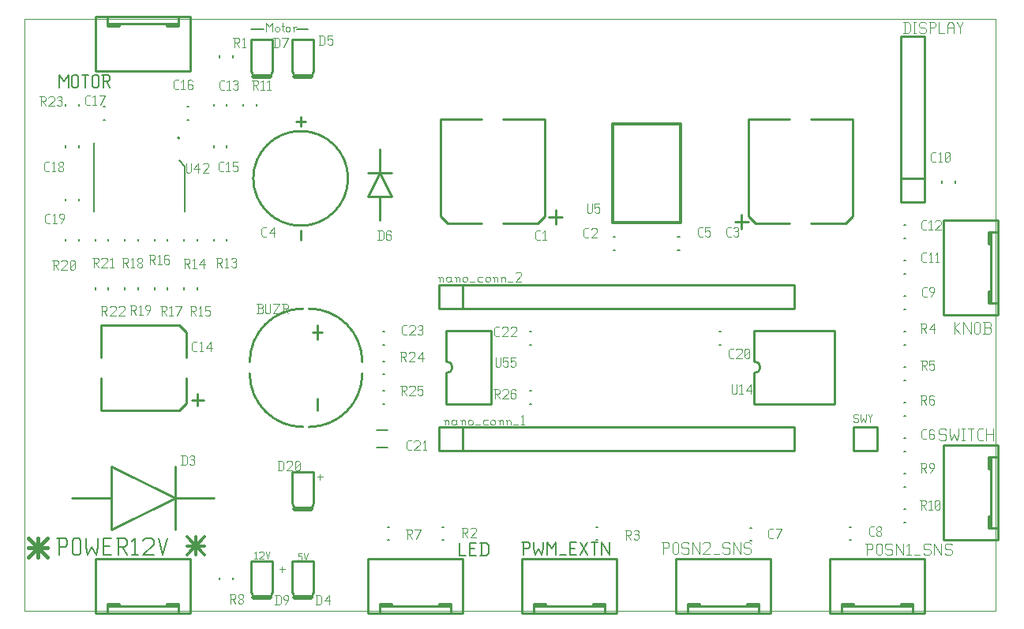
<source format=gbr>
G04 start of page 7 for group -4079 idx -4079 *
G04 Title: (unknown), topsilk *
G04 Creator: pcb 4.0.2 *
G04 CreationDate: Wed Apr  1 14:15:11 2020 UTC *
G04 For: shyam *
G04 Format: Gerber/RS-274X *
G04 PCB-Dimensions (mil): 4100.00 2500.00 *
G04 PCB-Coordinate-Origin: lower left *
%MOIN*%
%FSLAX25Y25*%
%LNTOPSILK*%
%ADD124C,0.0042*%
%ADD123C,0.0070*%
%ADD122C,0.0055*%
%ADD121C,0.0053*%
%ADD120C,0.0045*%
%ADD119C,0.0040*%
%ADD118C,0.0079*%
%ADD117C,0.0130*%
%ADD116C,0.0200*%
%ADD115C,0.0100*%
%ADD114C,0.0048*%
%ADD113C,0.0101*%
%ADD112C,0.0035*%
%ADD111C,0.0115*%
%ADD110C,0.0158*%
%ADD109C,0.0149*%
%ADD108C,0.0030*%
%ADD107C,0.0080*%
%ADD106C,0.0030*%
G54D106*X0Y250000D02*X410000D01*
X0D02*Y0D01*
X410000Y250000D02*Y0D01*
X0D02*X410000D01*
G54D107*X101000Y245500D02*X95500D01*
X115000D02*X119500D01*
G54D108*X97000Y24132D02*X97608Y24740D01*
Y21700D01*
X97000D02*X98140D01*
X99052Y24360D02*X99432Y24740D01*
X100572D01*
X100952Y24360D01*
Y23600D01*
X99052Y21700D02*X100952Y23600D01*
X99052Y21700D02*X100952D01*
X101864Y24740D02*X102624Y21700D01*
X103384Y24740D01*
X115500Y24240D02*X117020D01*
X115500D02*Y22720D01*
X115880Y23100D01*
X116640D01*
X117020Y22720D01*
Y21580D01*
X116640Y21200D02*X117020Y21580D01*
X115880Y21200D02*X116640D01*
X115500Y21580D02*X115880Y21200D01*
X117932Y24240D02*X118692Y21200D01*
X119452Y24240D01*
G54D109*X68500Y31040D02*X75960Y23580D01*
X68500D02*X75960Y31040D01*
X68500Y27310D02*X75960D01*
X72230Y31040D02*Y23580D01*
G54D110*X1500Y30580D02*X9420Y22660D01*
X1500D02*X9420Y30580D01*
X1500Y26620D02*X9420D01*
X5460Y30580D02*Y22660D01*
G54D111*X221240Y166140D02*X227000D01*
X224120Y169020D02*Y163260D01*
X299740Y164140D02*X305500D01*
X302620Y167020D02*Y161260D01*
G54D112*X102000Y248120D02*Y244600D01*
Y248120D02*X103320Y246360D01*
X104640Y248120D01*
Y244600D01*
X105696Y245920D02*Y245040D01*
Y245920D02*X106136Y246360D01*
X107016D01*
X107456Y245920D01*
Y245040D01*
X107016Y244600D02*X107456Y245040D01*
X106136Y244600D02*X107016D01*
X105696Y245040D02*X106136Y244600D01*
X108952Y248120D02*Y245040D01*
X109392Y244600D01*
X108512Y246800D02*X109392D01*
X110272Y245920D02*Y245040D01*
Y245920D02*X110712Y246360D01*
X111592D01*
X112032Y245920D01*
Y245040D01*
X111592Y244600D02*X112032Y245040D01*
X110712Y244600D02*X111592D01*
X110272Y245040D02*X110712Y244600D01*
X113528Y245920D02*Y244600D01*
Y245920D02*X113968Y246360D01*
X114848D01*
X113088D02*X113528Y245920D01*
G54D113*X70500Y88940D02*X75540D01*
X73020Y91460D02*Y86420D01*
G54D114*X107500Y17400D02*X109900D01*
X108700Y18600D02*Y16200D01*
X123500Y56400D02*X125900D01*
X124700Y57600D02*Y55200D01*
G54D107*X348150Y35255D02*X348936D01*
X348150Y29745D02*X348936D01*
X176064D02*X176850D01*
X176064Y35255D02*X176850D01*
X241064D02*X241850D01*
X241064Y29745D02*X241850D01*
X153150D02*X153936D01*
X153150Y35255D02*X153936D01*
X306064Y34862D02*X306850D01*
X306064Y29352D02*X306850D01*
G54D115*X275000Y-1000D02*X315000D01*
X275000Y22000D02*Y-1000D01*
Y22000D02*X315000D01*
Y-1000D01*
X280000Y2000D02*X310000D01*
Y3000D02*Y-1000D01*
X280000Y3000D02*Y-1000D01*
X305000Y3000D02*X310000D01*
X305000D02*Y2000D01*
X280000Y3000D02*X285000D01*
Y2000D01*
X145000Y-1000D02*X185000D01*
X145000Y22000D02*Y-1000D01*
Y22000D02*X185000D01*
Y-1000D01*
X150000Y2000D02*X180000D01*
Y3000D02*Y-1000D01*
X150000Y3000D02*Y-1000D01*
X175000Y3000D02*X180000D01*
X175000D02*Y2000D01*
X150000Y3000D02*X155000D01*
Y2000D01*
X210000Y-1000D02*X250000D01*
X210000Y22000D02*Y-1000D01*
Y22000D02*X250000D01*
Y-1000D01*
X215000Y2000D02*X245000D01*
Y3000D02*Y-1000D01*
X215000Y3000D02*Y-1000D01*
X240000Y3000D02*X245000D01*
X240000D02*Y2000D01*
X215000Y3000D02*X220000D01*
Y2000D01*
G54D116*X96500Y5400D02*X103500D01*
G54D115*X104500Y7900D01*
Y21000D02*Y7900D01*
X95500Y21000D02*X104500D01*
X95500D02*Y7900D01*
X96500Y5400D01*
G54D107*X82245Y13936D02*Y13150D01*
X87755Y13936D02*Y13150D01*
G54D116*X114000Y5400D02*X121000D01*
G54D115*X122000Y7900D01*
Y21000D02*Y7900D01*
X113000Y21000D02*X122000D01*
X113000D02*Y7900D01*
X114000Y5400D01*
X63400Y47500D02*X80000D01*
X63400Y60800D02*Y34200D01*
Y47500D02*X36600Y34200D01*
Y60800D02*Y34200D01*
Y60800D02*X63400Y47500D01*
X20000D02*X36600D01*
G54D116*X114000Y42900D02*X121000D01*
G54D115*X122000Y45400D01*
Y58500D02*Y45400D01*
X113000Y58500D02*X122000D01*
X113000D02*Y45400D01*
X114000Y42900D01*
G54D107*X148543Y76240D02*X153267D01*
X148543Y68760D02*X153267D01*
G54D115*X350000Y67500D02*X360000D01*
Y77500D02*Y67500D01*
X350000Y77500D02*X360000D01*
X350000D02*Y67500D01*
X360000Y77500D02*Y67500D01*
X350000Y77500D02*X360000D01*
X175000Y67500D02*X325000D01*
Y77500D02*Y67500D01*
X175000Y77500D02*X325000D01*
X175000D02*Y67500D01*
X185000Y77500D02*Y67500D01*
X175000Y77500D02*X185000D01*
X30000Y-1000D02*X70000D01*
X30000Y22000D02*Y-1000D01*
Y22000D02*X70000D01*
Y-1000D01*
X35000Y2000D02*X65000D01*
Y3000D02*Y-1000D01*
X35000Y3000D02*Y-1000D01*
X60000Y3000D02*X65000D01*
X60000D02*Y2000D01*
X35000Y3000D02*X40000D01*
Y2000D01*
X340000Y-1000D02*X380000D01*
X340000Y22000D02*Y-1000D01*
Y22000D02*X380000D01*
Y-1000D01*
X345000Y2000D02*X375000D01*
Y3000D02*Y-1000D01*
X345000Y3000D02*Y-1000D01*
X370000Y3000D02*X375000D01*
X370000D02*Y2000D01*
X345000Y3000D02*X350000D01*
Y2000D01*
G54D107*X371064Y162755D02*X371850D01*
X371064Y157245D02*X371850D01*
X371064Y97245D02*X371850D01*
X371064Y102755D02*X371850D01*
X371064Y112245D02*X371850D01*
X371064Y117755D02*X371850D01*
X371064Y142245D02*X371850D01*
X371064Y147755D02*X371850D01*
G54D115*X411000Y165000D02*Y125000D01*
X388000D02*X411000D01*
X388000Y165000D02*Y125000D01*
Y165000D02*X411000D01*
X408000Y160000D02*Y130000D01*
X407000Y160000D02*X411000D01*
X407000Y130000D02*X411000D01*
X407000Y160000D02*Y155000D01*
X408000D01*
X407000Y135000D02*Y130000D01*
Y135000D02*X408000D01*
G54D107*X371064Y127245D02*X371850D01*
X371064Y132755D02*X371850D01*
X371064Y52245D02*X371850D01*
X371064Y57755D02*X371850D01*
X371064Y72755D02*X371850D01*
X371064Y67245D02*X371850D01*
X371064Y82245D02*X371850D01*
X371064Y87755D02*X371850D01*
X371064Y37245D02*X371850D01*
X371064Y42755D02*X371850D01*
G54D115*X411000Y70000D02*Y30000D01*
X388000D02*X411000D01*
X388000Y70000D02*Y30000D01*
Y70000D02*X411000D01*
X408000Y65000D02*Y35000D01*
X407000Y65000D02*X411000D01*
X407000Y35000D02*X411000D01*
X407000Y65000D02*Y60000D01*
X408000D01*
X407000Y40000D02*Y35000D01*
Y40000D02*X408000D01*
X380000Y242500D02*Y172500D01*
X370000Y242500D02*X380000D01*
X370000D02*Y172500D01*
X380000D01*
X370000Y182500D02*X380000D01*
X370000D02*Y172500D01*
G54D107*X387245Y181436D02*Y180650D01*
X392755Y181436D02*Y180650D01*
G54D115*X175000Y127500D02*X325000D01*
Y137500D02*Y127500D01*
X175000Y137500D02*X325000D01*
X175000D02*Y127500D01*
X185000Y137500D02*Y127500D01*
X175000Y137500D02*X185000D01*
G54D107*X213150Y92755D02*X213936D01*
X213150Y87245D02*X213936D01*
X213150Y112245D02*X213936D01*
X213150Y117755D02*X213936D01*
X248564Y152245D02*X249350D01*
X248564Y157755D02*X249350D01*
X275650D02*X276436D01*
X275650Y152245D02*X276436D01*
G54D115*X178000Y87250D02*X197000D01*
Y118250D02*Y87250D01*
X178000Y118250D02*X197000D01*
X178000Y100250D02*Y87250D01*
Y118250D02*Y105250D01*
Y100250D02*G75*G03X178000Y105250I0J2500D01*G01*
X175531Y207519D02*X193035D01*
X175531D02*Y166581D01*
X178531Y163581D01*
X193035D01*
X201965Y207519D02*X219469D01*
Y166581D01*
X216469Y163581D01*
X201965D02*X216469D01*
G54D117*X248300Y205400D02*Y164000D01*
X276800D01*
Y205400D02*Y164000D01*
X248300Y205400D02*X276800D01*
G54D115*X305531Y207519D02*X323035D01*
X305531D02*Y166581D01*
X308531Y163581D01*
X323035D01*
X331965Y207519D02*X349469D01*
Y166581D01*
X346469Y163581D01*
X331965D02*X346469D01*
X308000Y87250D02*X342000D01*
Y118250D02*Y87250D01*
X308000Y118250D02*X342000D01*
X308000Y100250D02*Y87250D01*
Y118250D02*Y105250D01*
Y100250D02*G75*G03X308000Y105250I0J2500D01*G01*
G54D107*X293150Y117755D02*X293936D01*
X293150Y112245D02*X293936D01*
G54D116*X114000Y225500D02*X121000D01*
G54D115*X122000Y228000D01*
Y241100D02*Y228000D01*
X113000Y241100D02*X122000D01*
X113000D02*Y228000D01*
X114000Y225500D01*
G54D116*X96500D02*X103500D01*
G54D115*X104500Y228000D01*
Y241100D02*Y228000D01*
X95500Y241100D02*X104500D01*
X95500D02*Y228000D01*
X96500Y225500D01*
X121500Y117500D02*X125500D01*
X123500Y120500D02*Y114500D01*
Y89500D02*Y84500D01*
X117500Y127500D02*G75*G03X95000Y105000I0J-22500D01*G01*
X120000Y77500D02*G75*G03X142500Y100000I0J22500D01*G01*
Y105000D02*G75*G03X120000Y127500I-22500J0D01*G01*
X95000Y100000D02*G75*G03X117500Y77500I22500J0D01*G01*
G54D107*X151064Y87245D02*X151850D01*
X151064Y92755D02*X151850D01*
X151064Y105255D02*X151850D01*
X151064Y99745D02*X151850D01*
X151064Y117755D02*X151850D01*
X151064Y112245D02*X151850D01*
X85255Y156850D02*Y156064D01*
X79745Y156850D02*Y156064D01*
X47755Y156850D02*Y156064D01*
X42245Y156850D02*Y156064D01*
X54745Y136436D02*Y135650D01*
X60255Y136436D02*Y135650D01*
Y156850D02*Y156064D01*
X54745Y156850D02*Y156064D01*
X72755Y156850D02*Y156064D01*
X67245Y156850D02*Y156064D01*
X42245Y136436D02*Y135650D01*
X47755Y136436D02*Y135650D01*
X67245Y136436D02*Y135650D01*
X72755Y136436D02*Y135650D01*
G54D115*X150000Y195000D02*Y185000D01*
Y175000D02*Y165000D01*
Y185000D02*X155000Y175000D01*
X145000D02*X155000D01*
X145000D02*X150000Y185000D01*
X145000D02*X155000D01*
X32264Y98035D02*Y84468D01*
X65328D01*
X68328Y87468D01*
Y98035D02*Y87468D01*
X32264Y120532D02*Y106965D01*
Y120532D02*X65328D01*
X68328Y117532D01*
Y106965D01*
X116500Y208500D02*Y204500D01*
X114500Y206500D02*X118500D01*
X116500Y160500D02*Y156500D01*
Y202500D02*G75*G03X116500Y202500I0J-20000D01*G01*
X30000Y251000D02*X70000D01*
Y228000D01*
X30000D02*X70000D01*
X30000Y251000D02*Y228000D01*
X35000Y248000D02*X65000D01*
X35000Y251000D02*Y247000D01*
X65000Y251000D02*Y247000D01*
X35000D02*X40000D01*
Y248000D02*Y247000D01*
X60000D02*X65000D01*
X60000Y248000D02*Y247000D01*
G54D107*X35255Y156850D02*Y156064D01*
X29745Y156850D02*Y156064D01*
X17245Y156850D02*Y156064D01*
X22755Y156850D02*Y156064D01*
X29745Y136436D02*Y135650D01*
X35255Y136436D02*Y135650D01*
X22755Y173936D02*Y173150D01*
X17245Y173936D02*Y173150D01*
Y196436D02*Y195650D01*
X22755Y196436D02*Y195650D01*
Y213936D02*Y213150D01*
X17245Y213936D02*Y213150D01*
X33150Y212755D02*X33936D01*
X33150Y207245D02*X33936D01*
X68564Y212755D02*X69350D01*
X68564Y207245D02*X69350D01*
X97755Y213936D02*Y213150D01*
X92245Y213936D02*Y213150D01*
X85255Y213936D02*Y213150D01*
X79745Y213936D02*Y213150D01*
X85255Y196436D02*Y195650D01*
X79745Y196436D02*Y195650D01*
X87755Y234350D02*Y233564D01*
X82245Y234350D02*Y233564D01*
G54D118*X29076Y197559D02*Y168427D01*
X67658Y187459D02*Y168427D01*
Y187459D02*X65058Y190059D01*
X65000Y199159D02*G75*G03X65000Y199159I0J400D01*G01*
G54D119*X379156Y160704D02*X380456D01*
X378456Y161404D02*X379156Y160704D01*
X378456Y164004D02*Y161404D01*
Y164004D02*X379156Y164704D01*
X380456D01*
X381656Y163904D02*X382456Y164704D01*
Y160704D01*
X381656D02*X383156D01*
X384356Y164204D02*X384856Y164704D01*
X386356D01*
X386856Y164204D01*
Y163204D01*
X384356Y160704D02*X386856Y163204D01*
X384356Y160704D02*X386856D01*
X378322Y105644D02*X380322D01*
X380822Y105144D01*
Y104144D01*
X380322Y103644D02*X380822Y104144D01*
X378822Y103644D02*X380322D01*
X378822Y105644D02*Y101644D01*
X379622Y103644D02*X380822Y101644D01*
X382022Y105644D02*X384022D01*
X382022D02*Y103644D01*
X382522Y104144D01*
X383522D01*
X384022Y103644D01*
Y102144D01*
X383522Y101644D02*X384022Y102144D01*
X382522Y101644D02*X383522D01*
X382022Y102144D02*X382522Y101644D01*
X378184Y121242D02*X380184D01*
X380684Y120742D01*
Y119742D01*
X380184Y119242D02*X380684Y119742D01*
X378684Y119242D02*X380184D01*
X378684Y121242D02*Y117242D01*
X379484Y119242D02*X380684Y117242D01*
X381884Y118742D02*X383884Y121242D01*
X381884Y118742D02*X384384D01*
X383884Y121242D02*Y117242D01*
X379265Y147064D02*X380565D01*
X378565Y147764D02*X379265Y147064D01*
X378565Y150364D02*Y147764D01*
Y150364D02*X379265Y151064D01*
X380565D01*
X381765Y150264D02*X382565Y151064D01*
Y147064D01*
X381765D02*X383265D01*
X384465Y150264D02*X385265Y151064D01*
Y147064D01*
X384465D02*X385965D01*
X379533Y132535D02*X380833D01*
X378833Y133235D02*X379533Y132535D01*
X378833Y135835D02*Y133235D01*
Y135835D02*X379533Y136535D01*
X380833D01*
X382533Y132535D02*X384033Y134535D01*
Y136035D02*Y134535D01*
X383533Y136535D02*X384033Y136035D01*
X382533Y136535D02*X383533D01*
X382033Y136035D02*X382533Y136535D01*
X382033Y136035D02*Y135035D01*
X382533Y134535D01*
X384033D01*
X378104Y62204D02*X380104D01*
X380604Y61704D01*
Y60704D01*
X380104Y60204D02*X380604Y60704D01*
X378604Y60204D02*X380104D01*
X378604Y62204D02*Y58204D01*
X379404Y60204D02*X380604Y58204D01*
X382304D02*X383804Y60204D01*
Y61704D02*Y60204D01*
X383304Y62204D02*X383804Y61704D01*
X382304Y62204D02*X383304D01*
X381804Y61704D02*X382304Y62204D01*
X381804Y61704D02*Y60704D01*
X382304Y60204D01*
X383804D01*
X379308Y72411D02*X380608D01*
X378608Y73111D02*X379308Y72411D01*
X378608Y75711D02*Y73111D01*
Y75711D02*X379308Y76411D01*
X380608D01*
X383308D02*X383808Y75911D01*
X382308Y76411D02*X383308D01*
X381808Y75911D02*X382308Y76411D01*
X381808Y75911D02*Y72911D01*
X382308Y72411D01*
X383308Y74611D02*X383808Y74111D01*
X381808Y74611D02*X383308D01*
X382308Y72411D02*X383308D01*
X383808Y72911D01*
Y74111D02*Y72911D01*
X378193Y90891D02*X380193D01*
X380693Y90391D01*
Y89391D01*
X380193Y88891D02*X380693Y89391D01*
X378693Y88891D02*X380193D01*
X378693Y90891D02*Y86891D01*
X379493Y88891D02*X380693Y86891D01*
X383393Y90891D02*X383893Y90391D01*
X382393Y90891D02*X383393D01*
X381893Y90391D02*X382393Y90891D01*
X381893Y90391D02*Y87391D01*
X382393Y86891D01*
X383393Y89091D02*X383893Y88591D01*
X381893Y89091D02*X383393D01*
X382393Y86891D02*X383393D01*
X383893Y87391D01*
Y88591D02*Y87391D01*
X377898Y46624D02*X379898D01*
X380398Y46124D01*
Y45124D01*
X379898Y44624D02*X380398Y45124D01*
X378398Y44624D02*X379898D01*
X378398Y46624D02*Y42624D01*
X379198Y44624D02*X380398Y42624D01*
X381598Y45824D02*X382398Y46624D01*
Y42624D01*
X381598D02*X383098D01*
X384298Y43124D02*X384798Y42624D01*
X384298Y46124D02*Y43124D01*
Y46124D02*X384798Y46624D01*
X385798D01*
X386298Y46124D01*
Y43124D01*
X385798Y42624D02*X386298Y43124D01*
X384798Y42624D02*X385798D01*
X384298Y43624D02*X386298Y45624D01*
X357157Y31500D02*X358457D01*
X356457Y32200D02*X357157Y31500D01*
X356457Y34800D02*Y32200D01*
Y34800D02*X357157Y35500D01*
X358457D01*
X359657Y32000D02*X360157Y31500D01*
X359657Y32800D02*Y32000D01*
Y32800D02*X360357Y33500D01*
X360957D01*
X361657Y32800D01*
Y32000D01*
X361157Y31500D02*X361657Y32000D01*
X360157Y31500D02*X361157D01*
X359657Y34200D02*X360357Y33500D01*
X359657Y35000D02*Y34200D01*
Y35000D02*X360157Y35500D01*
X361157D01*
X361657Y35000D01*
Y34200D01*
X360957Y33500D02*X361657Y34200D01*
G54D114*X355605Y28290D02*Y23450D01*
X355000Y28290D02*X357420D01*
X358025Y27685D01*
Y26475D01*
X357420Y25870D02*X358025Y26475D01*
X355605Y25870D02*X357420D01*
X359477Y27685D02*Y24055D01*
Y27685D02*X360082Y28290D01*
X361292D01*
X361897Y27685D01*
Y24055D01*
X361292Y23450D02*X361897Y24055D01*
X360082Y23450D02*X361292D01*
X359477Y24055D02*X360082Y23450D01*
X365769Y28290D02*X366374Y27685D01*
X363954Y28290D02*X365769D01*
X363349Y27685D02*X363954Y28290D01*
X363349Y27685D02*Y26475D01*
X363954Y25870D01*
X365769D01*
X366374Y25265D01*
Y24055D01*
X365769Y23450D02*X366374Y24055D01*
X363954Y23450D02*X365769D01*
X363349Y24055D02*X363954Y23450D01*
X367826Y28290D02*Y23450D01*
Y28290D02*X370851Y23450D01*
Y28290D02*Y23450D01*
X372303Y27322D02*X373271Y28290D01*
Y23450D01*
X372303D02*X374118D01*
X375570D02*X377990D01*
X381862Y28290D02*X382467Y27685D01*
X380047Y28290D02*X381862D01*
X379442Y27685D02*X380047Y28290D01*
X379442Y27685D02*Y26475D01*
X380047Y25870D01*
X381862D01*
X382467Y25265D01*
Y24055D01*
X381862Y23450D02*X382467Y24055D01*
X380047Y23450D02*X381862D01*
X379442Y24055D02*X380047Y23450D01*
X383919Y28290D02*Y23450D01*
Y28290D02*X386944Y23450D01*
Y28290D02*Y23450D01*
X390816Y28290D02*X391421Y27685D01*
X389001Y28290D02*X390816D01*
X388396Y27685D02*X389001Y28290D01*
X388396Y27685D02*Y26475D01*
X389001Y25870D01*
X390816D01*
X391421Y25265D01*
Y24055D01*
X390816Y23450D02*X391421Y24055D01*
X389001Y23450D02*X390816D01*
X388396Y24055D02*X389001Y23450D01*
G54D119*X314607Y30607D02*X315907D01*
X313907Y31307D02*X314607Y30607D01*
X313907Y33907D02*Y31307D01*
Y33907D02*X314607Y34607D01*
X315907D01*
X317607Y30607D02*X319607Y34607D01*
X317107D02*X319607D01*
G54D114*X388420Y76790D02*X389025Y76185D01*
X386605Y76790D02*X388420D01*
X386000Y76185D02*X386605Y76790D01*
X386000Y76185D02*Y74975D01*
X386605Y74370D01*
X388420D01*
X389025Y73765D01*
Y72555D01*
X388420Y71950D02*X389025Y72555D01*
X386605Y71950D02*X388420D01*
X386000Y72555D02*X386605Y71950D01*
X390477Y76790D02*Y74370D01*
X391082Y71950D01*
X392292Y74370D01*
X393502Y71950D01*
X394107Y74370D01*
Y76790D02*Y74370D01*
X395559Y76790D02*X396769D01*
X396164D02*Y71950D01*
X395559D02*X396769D01*
X398221Y76790D02*X400641D01*
X399431D02*Y71950D01*
X402940D02*X404513D01*
X402093Y72797D02*X402940Y71950D01*
X402093Y75943D02*Y72797D01*
Y75943D02*X402940Y76790D01*
X404513D01*
X405965D02*Y71950D01*
X408990Y76790D02*Y71950D01*
X405965Y74370D02*X408990D01*
G54D108*X351540Y82730D02*X351925Y82345D01*
X350385Y82730D02*X351540D01*
X350000Y82345D02*X350385Y82730D01*
X350000Y82345D02*Y81575D01*
X350385Y81190D01*
X351540D01*
X351925Y80805D01*
Y80035D01*
X351540Y79650D02*X351925Y80035D01*
X350385Y79650D02*X351540D01*
X350000Y80035D02*X350385Y79650D01*
X352849Y82730D02*Y81190D01*
X353234Y79650D01*
X354004Y81190D01*
X354774Y79650D01*
X355159Y81190D01*
Y82730D02*Y81190D01*
X356083Y82730D02*X356853Y81190D01*
X357623Y82730D01*
X356853Y81190D02*Y79650D01*
G54D114*X392500Y121790D02*Y116950D01*
Y119370D02*X394920Y121790D01*
X392500Y119370D02*X394920Y116950D01*
X396372Y121790D02*Y116950D01*
Y121790D02*X399397Y116950D01*
Y121790D02*Y116950D01*
X400849Y121185D02*Y117555D01*
Y121185D02*X401454Y121790D01*
X402664D01*
X403269Y121185D01*
Y117555D01*
X402664Y116950D02*X403269Y117555D01*
X401454Y116950D02*X402664D01*
X400849Y117555D02*X401454Y116950D01*
X404721D02*X407141D01*
X407746Y117555D01*
Y119007D02*Y117555D01*
X407141Y119612D02*X407746Y119007D01*
X405326Y119612D02*X407141D01*
X405326Y121790D02*Y116950D01*
X404721Y121790D02*X407141D01*
X407746Y121185D01*
Y120217D01*
X407141Y119612D02*X407746Y120217D01*
X269605Y28790D02*Y23950D01*
X269000Y28790D02*X271420D01*
X272025Y28185D01*
Y26975D01*
X271420Y26370D02*X272025Y26975D01*
X269605Y26370D02*X271420D01*
X273477Y28185D02*Y24555D01*
Y28185D02*X274082Y28790D01*
X275292D01*
X275897Y28185D01*
Y24555D01*
X275292Y23950D02*X275897Y24555D01*
X274082Y23950D02*X275292D01*
X273477Y24555D02*X274082Y23950D01*
X279769Y28790D02*X280374Y28185D01*
X277954Y28790D02*X279769D01*
X277349Y28185D02*X277954Y28790D01*
X277349Y28185D02*Y26975D01*
X277954Y26370D01*
X279769D01*
X280374Y25765D01*
Y24555D01*
X279769Y23950D02*X280374Y24555D01*
X277954Y23950D02*X279769D01*
X277349Y24555D02*X277954Y23950D01*
X281826Y28790D02*Y23950D01*
Y28790D02*X284851Y23950D01*
Y28790D02*Y23950D01*
X286303Y28185D02*X286908Y28790D01*
X288723D01*
X289328Y28185D01*
Y26975D01*
X286303Y23950D02*X289328Y26975D01*
X286303Y23950D02*X289328D01*
X290780D02*X293200D01*
X297072Y28790D02*X297677Y28185D01*
X295257Y28790D02*X297072D01*
X294652Y28185D02*X295257Y28790D01*
X294652Y28185D02*Y26975D01*
X295257Y26370D01*
X297072D01*
X297677Y25765D01*
Y24555D01*
X297072Y23950D02*X297677Y24555D01*
X295257Y23950D02*X297072D01*
X294652Y24555D02*X295257Y23950D01*
X299129Y28790D02*Y23950D01*
Y28790D02*X302154Y23950D01*
Y28790D02*Y23950D01*
X306026Y28790D02*X306631Y28185D01*
X304211Y28790D02*X306026D01*
X303606Y28185D02*X304211Y28790D01*
X303606Y28185D02*Y26975D01*
X304211Y26370D01*
X306026D01*
X306631Y25765D01*
Y24555D01*
X306026Y23950D02*X306631Y24555D01*
X304211Y23950D02*X306026D01*
X303606Y24555D02*X304211Y23950D01*
G54D119*X298500Y95500D02*Y92000D01*
X299000Y91500D01*
X300000D01*
X300500Y92000D01*
Y95500D02*Y92000D01*
X301700Y94700D02*X302500Y95500D01*
Y91500D01*
X301700D02*X303200D01*
X304400Y93000D02*X306400Y95500D01*
X304400Y93000D02*X306900D01*
X306400Y95500D02*Y91500D01*
X284872Y158000D02*X286172D01*
X284172Y158700D02*X284872Y158000D01*
X284172Y161300D02*Y158700D01*
Y161300D02*X284872Y162000D01*
X286172D01*
X287372D02*X289372D01*
X287372D02*Y160000D01*
X287872Y160500D01*
X288872D01*
X289372Y160000D01*
Y158500D01*
X288872Y158000D02*X289372Y158500D01*
X287872Y158000D02*X288872D01*
X287372Y158500D02*X287872Y158000D01*
X296800D02*X298100D01*
X296100Y158700D02*X296800Y158000D01*
X296100Y161300D02*Y158700D01*
Y161300D02*X296800Y162000D01*
X298100D01*
X299300Y161500D02*X299800Y162000D01*
X300800D01*
X301300Y161500D01*
X300800Y158000D02*X301300Y158500D01*
X299800Y158000D02*X300800D01*
X299300Y158500D02*X299800Y158000D01*
Y160200D02*X300800D01*
X301300Y161500D02*Y160700D01*
Y159700D02*Y158500D01*
Y159700D02*X300800Y160200D01*
X301300Y160700D02*X300800Y160200D01*
X297765Y106650D02*X299065D01*
X297065Y107350D02*X297765Y106650D01*
X297065Y109950D02*Y107350D01*
Y109950D02*X297765Y110650D01*
X299065D01*
X300265Y110150D02*X300765Y110650D01*
X302265D01*
X302765Y110150D01*
Y109150D01*
X300265Y106650D02*X302765Y109150D01*
X300265Y106650D02*X302765D01*
X303965Y107150D02*X304465Y106650D01*
X303965Y110150D02*Y107150D01*
Y110150D02*X304465Y110650D01*
X305465D01*
X305965Y110150D01*
Y107150D01*
X305465Y106650D02*X305965Y107150D01*
X304465Y106650D02*X305465D01*
X303965Y107650D02*X305965Y109650D01*
G54D120*X371560Y248380D02*Y243900D01*
X373016Y248380D02*X373800Y247596D01*
Y244684D01*
X373016Y243900D02*X373800Y244684D01*
X371000Y243900D02*X373016D01*
X371000Y248380D02*X373016D01*
X375144D02*X376264D01*
X375704D02*Y243900D01*
X375144D02*X376264D01*
X379848Y248380D02*X380408Y247820D01*
X378168Y248380D02*X379848D01*
X377608Y247820D02*X378168Y248380D01*
X377608Y247820D02*Y246700D01*
X378168Y246140D01*
X379848D01*
X380408Y245580D01*
Y244460D01*
X379848Y243900D02*X380408Y244460D01*
X378168Y243900D02*X379848D01*
X377608Y244460D02*X378168Y243900D01*
X382312Y248380D02*Y243900D01*
X381752Y248380D02*X383992D01*
X384552Y247820D01*
Y246700D01*
X383992Y246140D02*X384552Y246700D01*
X382312Y246140D02*X383992D01*
X385896Y248380D02*Y243900D01*
X388136D01*
X389480Y247260D02*Y243900D01*
Y247260D02*X390264Y248380D01*
X391496D01*
X392280Y247260D01*
Y243900D01*
X389480Y246140D02*X392280D01*
X393624Y248380D02*X394744Y246140D01*
X395864Y248380D01*
X394744Y246140D02*Y243900D01*
G54D119*X383238Y189575D02*X384538D01*
X382538Y190275D02*X383238Y189575D01*
X382538Y192875D02*Y190275D01*
Y192875D02*X383238Y193575D01*
X384538D01*
X385738Y192775D02*X386538Y193575D01*
Y189575D01*
X385738D02*X387238D01*
X388438Y190075D02*X388938Y189575D01*
X388438Y193075D02*Y190075D01*
Y193075D02*X388938Y193575D01*
X389938D01*
X390438Y193075D01*
Y190075D01*
X389938Y189575D02*X390438Y190075D01*
X388938Y189575D02*X389938D01*
X388438Y190575D02*X390438Y192575D01*
X175205Y140419D02*Y138919D01*
Y140419D02*X175705Y140919D01*
X176205D01*
X176705Y140419D01*
Y138919D01*
X174705Y140919D02*X175205Y140419D01*
X179405Y140919D02*X179905Y140419D01*
X178405Y140919D02*X179405D01*
X177905Y140419D02*X178405Y140919D01*
X177905Y140419D02*Y139419D01*
X178405Y138919D01*
X179905Y140919D02*Y139419D01*
X180405Y138919D01*
X178405D02*X179405D01*
X179905Y139419D01*
X182105Y140419D02*Y138919D01*
Y140419D02*X182605Y140919D01*
X183105D01*
X183605Y140419D01*
Y138919D01*
X181605Y140919D02*X182105Y140419D01*
X184805D02*Y139419D01*
Y140419D02*X185305Y140919D01*
X186305D01*
X186805Y140419D01*
Y139419D01*
X186305Y138919D02*X186805Y139419D01*
X185305Y138919D02*X186305D01*
X184805Y139419D02*X185305Y138919D01*
X188005D02*X190005D01*
X191705Y140919D02*X193205D01*
X191205Y140419D02*X191705Y140919D01*
X191205Y140419D02*Y139419D01*
X191705Y138919D01*
X193205D01*
X194405Y140419D02*Y139419D01*
Y140419D02*X194905Y140919D01*
X195905D01*
X196405Y140419D01*
Y139419D01*
X195905Y138919D02*X196405Y139419D01*
X194905Y138919D02*X195905D01*
X194405Y139419D02*X194905Y138919D01*
X198105Y140419D02*Y138919D01*
Y140419D02*X198605Y140919D01*
X199105D01*
X199605Y140419D01*
Y138919D01*
X197605Y140919D02*X198105Y140419D01*
X201305D02*Y138919D01*
Y140419D02*X201805Y140919D01*
X202305D01*
X202805Y140419D01*
Y138919D01*
X200805Y140919D02*X201305Y140419D01*
X204005Y138919D02*X206005D01*
X207205Y142419D02*X207705Y142919D01*
X209205D01*
X209705Y142419D01*
Y141419D01*
X207205Y138919D02*X209705Y141419D01*
X207205Y138919D02*X209705D01*
X98000Y125500D02*X100000D01*
X100500Y126000D01*
Y127200D02*Y126000D01*
X100000Y127700D02*X100500Y127200D01*
X98500Y127700D02*X100000D01*
X98500Y129500D02*Y125500D01*
X98000Y129500D02*X100000D01*
X100500Y129000D01*
Y128200D01*
X100000Y127700D02*X100500Y128200D01*
X101700Y129500D02*Y126000D01*
X102200Y125500D01*
X103200D01*
X103700Y126000D01*
Y129500D02*Y126000D01*
X104900Y129500D02*X107400D01*
X104900Y125500D02*X107400Y129500D01*
X104900Y125500D02*X107400D01*
X108600Y129500D02*X110600D01*
X111100Y129000D01*
Y128000D01*
X110600Y127500D02*X111100Y128000D01*
X109100Y127500D02*X110600D01*
X109100Y129500D02*Y125500D01*
X109900Y127500D02*X111100Y125500D01*
X159844Y116420D02*X161144D01*
X159144Y117120D02*X159844Y116420D01*
X159144Y119720D02*Y117120D01*
Y119720D02*X159844Y120420D01*
X161144D01*
X162344Y119920D02*X162844Y120420D01*
X164344D01*
X164844Y119920D01*
Y118920D01*
X162344Y116420D02*X164844Y118920D01*
X162344Y116420D02*X164844D01*
X166044Y119920D02*X166544Y120420D01*
X167544D01*
X168044Y119920D01*
X167544Y116420D02*X168044Y116920D01*
X166544Y116420D02*X167544D01*
X166044Y116920D02*X166544Y116420D01*
Y118620D02*X167544D01*
X168044Y119920D02*Y119120D01*
Y118120D02*Y116920D01*
Y118120D02*X167544Y118620D01*
X168044Y119120D02*X167544Y118620D01*
X198935Y115767D02*X200235D01*
X198235Y116467D02*X198935Y115767D01*
X198235Y119067D02*Y116467D01*
Y119067D02*X198935Y119767D01*
X200235D01*
X201435Y119267D02*X201935Y119767D01*
X203435D01*
X203935Y119267D01*
Y118267D01*
X201435Y115767D02*X203935Y118267D01*
X201435Y115767D02*X203935D01*
X205135Y119267D02*X205635Y119767D01*
X207135D01*
X207635Y119267D01*
Y118267D01*
X205135Y115767D02*X207635Y118267D01*
X205135Y115767D02*X207635D01*
X158650Y94965D02*X160650D01*
X161150Y94465D01*
Y93465D01*
X160650Y92965D02*X161150Y93465D01*
X159150Y92965D02*X160650D01*
X159150Y94965D02*Y90965D01*
X159950Y92965D02*X161150Y90965D01*
X162350Y94465D02*X162850Y94965D01*
X164350D01*
X164850Y94465D01*
Y93465D01*
X162350Y90965D02*X164850Y93465D01*
X162350Y90965D02*X164850D01*
X166050Y94965D02*X168050D01*
X166050D02*Y92965D01*
X166550Y93465D01*
X167550D01*
X168050Y92965D01*
Y91465D01*
X167550Y90965D02*X168050Y91465D01*
X166550Y90965D02*X167550D01*
X166050Y91465D02*X166550Y90965D01*
X161865Y67736D02*X163165D01*
X161165Y68436D02*X161865Y67736D01*
X161165Y71036D02*Y68436D01*
Y71036D02*X161865Y71736D01*
X163165D01*
X164365Y71236D02*X164865Y71736D01*
X166365D01*
X166865Y71236D01*
Y70236D01*
X164365Y67736D02*X166865Y70236D01*
X164365Y67736D02*X166865D01*
X168065Y70936D02*X168865Y71736D01*
Y67736D01*
X168065D02*X169565D01*
X197916Y93483D02*X199916D01*
X200416Y92983D01*
Y91983D01*
X199916Y91483D02*X200416Y91983D01*
X198416Y91483D02*X199916D01*
X198416Y93483D02*Y89483D01*
X199216Y91483D02*X200416Y89483D01*
X201616Y92983D02*X202116Y93483D01*
X203616D01*
X204116Y92983D01*
Y91983D01*
X201616Y89483D02*X204116Y91983D01*
X201616Y89483D02*X204116D01*
X206816Y93483D02*X207316Y92983D01*
X205816Y93483D02*X206816D01*
X205316Y92983D02*X205816Y93483D01*
X205316Y92983D02*Y89983D01*
X205816Y89483D01*
X206816Y91683D02*X207316Y91183D01*
X205316Y91683D02*X206816D01*
X205816Y89483D02*X206816D01*
X207316Y89983D01*
Y91183D02*Y89983D01*
X158512Y109069D02*X160512D01*
X161012Y108569D01*
Y107569D01*
X160512Y107069D02*X161012Y107569D01*
X159012Y107069D02*X160512D01*
X159012Y109069D02*Y105069D01*
X159812Y107069D02*X161012Y105069D01*
X162212Y108569D02*X162712Y109069D01*
X164212D01*
X164712Y108569D01*
Y107569D01*
X162212Y105069D02*X164712Y107569D01*
X162212Y105069D02*X164712D01*
X165912Y106569D02*X167912Y109069D01*
X165912Y106569D02*X168412D01*
X167912Y109069D02*Y105069D01*
X198750Y107000D02*Y103500D01*
X199250Y103000D01*
X200250D01*
X200750Y103500D01*
Y107000D02*Y103500D01*
X201950Y107000D02*X203950D01*
X201950D02*Y105000D01*
X202450Y105500D01*
X203450D01*
X203950Y105000D01*
Y103500D01*
X203450Y103000D02*X203950Y103500D01*
X202450Y103000D02*X203450D01*
X201950Y103500D02*X202450Y103000D01*
X205150Y107000D02*X207150D01*
X205150D02*Y105000D01*
X205650Y105500D01*
X206650D01*
X207150Y105000D01*
Y103500D01*
X206650Y103000D02*X207150Y103500D01*
X205650Y103000D02*X206650D01*
X205150Y103500D02*X205650Y103000D01*
X177500Y80000D02*Y78500D01*
Y80000D02*X178000Y80500D01*
X178500D01*
X179000Y80000D01*
Y78500D01*
X177000Y80500D02*X177500Y80000D01*
X181700Y80500D02*X182200Y80000D01*
X180700Y80500D02*X181700D01*
X180200Y80000D02*X180700Y80500D01*
X180200Y80000D02*Y79000D01*
X180700Y78500D01*
X182200Y80500D02*Y79000D01*
X182700Y78500D01*
X180700D02*X181700D01*
X182200Y79000D01*
X184400Y80000D02*Y78500D01*
Y80000D02*X184900Y80500D01*
X185400D01*
X185900Y80000D01*
Y78500D01*
X183900Y80500D02*X184400Y80000D01*
X187100D02*Y79000D01*
Y80000D02*X187600Y80500D01*
X188600D01*
X189100Y80000D01*
Y79000D01*
X188600Y78500D02*X189100Y79000D01*
X187600Y78500D02*X188600D01*
X187100Y79000D02*X187600Y78500D01*
X190300D02*X192300D01*
X194000Y80500D02*X195500D01*
X193500Y80000D02*X194000Y80500D01*
X193500Y80000D02*Y79000D01*
X194000Y78500D01*
X195500D01*
X196700Y80000D02*Y79000D01*
Y80000D02*X197200Y80500D01*
X198200D01*
X198700Y80000D01*
Y79000D01*
X198200Y78500D02*X198700Y79000D01*
X197200Y78500D02*X198200D01*
X196700Y79000D02*X197200Y78500D01*
X200400Y80000D02*Y78500D01*
Y80000D02*X200900Y80500D01*
X201400D01*
X201900Y80000D01*
Y78500D01*
X199900Y80500D02*X200400Y80000D01*
X203600D02*Y78500D01*
Y80000D02*X204100Y80500D01*
X204600D01*
X205100Y80000D01*
Y78500D01*
X203100Y80500D02*X203600Y80000D01*
X206300Y78500D02*X208300D01*
X209500Y81700D02*X210300Y82500D01*
Y78500D01*
X209500D02*X211000D01*
X216200Y156450D02*X217500D01*
X215500Y157150D02*X216200Y156450D01*
X215500Y159750D02*Y157150D01*
Y159750D02*X216200Y160450D01*
X217500D01*
X218700Y159650D02*X219500Y160450D01*
Y156450D01*
X218700D02*X220200D01*
X236572Y157397D02*X237872D01*
X235872Y158097D02*X236572Y157397D01*
X235872Y160697D02*Y158097D01*
Y160697D02*X236572Y161397D01*
X237872D01*
X239072Y160897D02*X239572Y161397D01*
X241072D01*
X241572Y160897D01*
Y159897D01*
X239072Y157397D02*X241572Y159897D01*
X239072Y157397D02*X241572D01*
X149500Y160500D02*Y156500D01*
X150800Y160500D02*X151500Y159800D01*
Y157200D01*
X150800Y156500D02*X151500Y157200D01*
X149000Y156500D02*X150800D01*
X149000Y160500D02*X150800D01*
X154200D02*X154700Y160000D01*
X153200Y160500D02*X154200D01*
X152700Y160000D02*X153200Y160500D01*
X152700Y160000D02*Y157000D01*
X153200Y156500D01*
X154200Y158700D02*X154700Y158200D01*
X152700Y158700D02*X154200D01*
X153200Y156500D02*X154200D01*
X154700Y157000D01*
Y158200D02*Y157000D01*
X237500Y172000D02*Y168500D01*
X238000Y168000D01*
X239000D01*
X239500Y168500D01*
Y172000D02*Y168500D01*
X240700Y172000D02*X242700D01*
X240700D02*Y170000D01*
X241200Y170500D01*
X242200D01*
X242700Y170000D01*
Y168500D01*
X242200Y168000D02*X242700Y168500D01*
X241200Y168000D02*X242200D01*
X240700Y168500D02*X241200Y168000D01*
X124700Y242900D02*Y238900D01*
X126000Y242900D02*X126700Y242200D01*
Y239600D01*
X126000Y238900D02*X126700Y239600D01*
X124200Y238900D02*X126000D01*
X124200Y242900D02*X126000D01*
X127900D02*X129900D01*
X127900D02*Y240900D01*
X128400Y241400D01*
X129400D01*
X129900Y240900D01*
Y239400D01*
X129400Y238900D02*X129900Y239400D01*
X128400Y238900D02*X129400D01*
X127900Y239400D02*X128400Y238900D01*
X105500Y241900D02*Y237900D01*
X106800Y241900D02*X107500Y241200D01*
Y238600D01*
X106800Y237900D02*X107500Y238600D01*
X105000Y237900D02*X106800D01*
X105000Y241900D02*X106800D01*
X109200Y237900D02*X111200Y241900D01*
X108700D02*X111200D01*
X253414Y34000D02*X255414D01*
X255914Y33500D01*
Y32500D01*
X255414Y32000D02*X255914Y32500D01*
X253914Y32000D02*X255414D01*
X253914Y34000D02*Y30000D01*
X254714Y32000D02*X255914Y30000D01*
X257114Y33500D02*X257614Y34000D01*
X258614D01*
X259114Y33500D01*
X258614Y30000D02*X259114Y30500D01*
X257614Y30000D02*X258614D01*
X257114Y30500D02*X257614Y30000D01*
Y32200D02*X258614D01*
X259114Y33500D02*Y32700D01*
Y31700D02*Y30500D01*
Y31700D02*X258614Y32200D01*
X259114Y32700D02*X258614Y32200D01*
G54D121*X210660Y28680D02*Y23400D01*
X210000Y28680D02*X212640D01*
X213300Y28020D01*
Y26700D01*
X212640Y26040D02*X213300Y26700D01*
X210660Y26040D02*X212640D01*
X214884Y28680D02*Y26040D01*
X215544Y23400D01*
X216864Y26040D01*
X218184Y23400D01*
X218844Y26040D01*
Y28680D02*Y26040D01*
X220428Y28680D02*Y23400D01*
Y28680D02*X222408Y26040D01*
X224388Y28680D01*
Y23400D01*
X225972D02*X228612D01*
X230196Y26304D02*X232176D01*
X230196Y23400D02*X232836D01*
X230196Y28680D02*Y23400D01*
Y28680D02*X232836D01*
X234420Y23400D02*X237720Y28680D01*
X234420D02*X237720Y23400D01*
X239304Y28680D02*X241944D01*
X240624D02*Y23400D01*
X243528Y28680D02*Y23400D01*
Y28680D02*X246828Y23400D01*
Y28680D02*Y23400D01*
G54D122*X183500Y28620D02*Y23100D01*
X186260D01*
X187916Y26136D02*X189986D01*
X187916Y23100D02*X190676D01*
X187916Y28620D02*Y23100D01*
Y28620D02*X190676D01*
X193022D02*Y23100D01*
X194816Y28620D02*X195782Y27654D01*
Y24066D01*
X194816Y23100D02*X195782Y24066D01*
X192332Y23100D02*X194816D01*
X192332Y28620D02*X194816D01*
G54D119*X184414Y35000D02*X186414D01*
X186914Y34500D01*
Y33500D01*
X186414Y33000D02*X186914Y33500D01*
X184914Y33000D02*X186414D01*
X184914Y35000D02*Y31000D01*
X185714Y33000D02*X186914Y31000D01*
X188114Y34500D02*X188614Y35000D01*
X190114D01*
X190614Y34500D01*
Y33500D01*
X188114Y31000D02*X190614Y33500D01*
X188114Y31000D02*X190614D01*
X160894Y34200D02*X162894D01*
X163394Y33700D01*
Y32700D01*
X162894Y32200D02*X163394Y32700D01*
X161394Y32200D02*X162894D01*
X161394Y34200D02*Y30200D01*
X162194Y32200D02*X163394Y30200D01*
X165094D02*X167094Y34200D01*
X164594D02*X167094D01*
X66500Y65500D02*Y61500D01*
X67800Y65500D02*X68500Y64800D01*
Y62200D01*
X67800Y61500D02*X68500Y62200D01*
X66000Y61500D02*X67800D01*
X66000Y65500D02*X67800D01*
X69700Y65000D02*X70200Y65500D01*
X71200D01*
X71700Y65000D01*
X71200Y61500D02*X71700Y62000D01*
X70200Y61500D02*X71200D01*
X69700Y62000D02*X70200Y61500D01*
Y63700D02*X71200D01*
X71700Y65000D02*Y64200D01*
Y63200D02*Y62000D01*
Y63200D02*X71200Y63700D01*
X71700Y64200D02*X71200Y63700D01*
X107300Y63100D02*Y59100D01*
X108600Y63100D02*X109300Y62400D01*
Y59800D01*
X108600Y59100D02*X109300Y59800D01*
X106800Y59100D02*X108600D01*
X106800Y63100D02*X108600D01*
X110500Y62600D02*X111000Y63100D01*
X112500D01*
X113000Y62600D01*
Y61600D01*
X110500Y59100D02*X113000Y61600D01*
X110500Y59100D02*X113000D01*
X114200Y59600D02*X114700Y59100D01*
X114200Y62600D02*Y59600D01*
Y62600D02*X114700Y63100D01*
X115700D01*
X116200Y62600D01*
Y59600D01*
X115700Y59100D02*X116200Y59600D01*
X114700Y59100D02*X115700D01*
X114200Y60100D02*X116200Y62100D01*
X106100Y6500D02*Y2500D01*
X107400Y6500D02*X108100Y5800D01*
Y3200D01*
X107400Y2500D02*X108100Y3200D01*
X105600Y2500D02*X107400D01*
X105600Y6500D02*X107400D01*
X109800Y2500D02*X111300Y4500D01*
Y6000D02*Y4500D01*
X110800Y6500D02*X111300Y6000D01*
X109800Y6500D02*X110800D01*
X109300Y6000D02*X109800Y6500D01*
X109300Y6000D02*Y5000D01*
X109800Y4500D01*
X111300D01*
X86482Y6875D02*X88482D01*
X88982Y6375D01*
Y5375D01*
X88482Y4875D02*X88982Y5375D01*
X86982Y4875D02*X88482D01*
X86982Y6875D02*Y2875D01*
X87782Y4875D02*X88982Y2875D01*
X90182Y3375D02*X90682Y2875D01*
X90182Y4175D02*Y3375D01*
Y4175D02*X90882Y4875D01*
X91482D01*
X92182Y4175D01*
Y3375D01*
X91682Y2875D02*X92182Y3375D01*
X90682Y2875D02*X91682D01*
X90182Y5575D02*X90882Y4875D01*
X90182Y6375D02*Y5575D01*
Y6375D02*X90682Y6875D01*
X91682D01*
X92182Y6375D01*
Y5575D01*
X91482Y4875D02*X92182Y5575D01*
G54D123*X14481Y30495D02*Y23455D01*
X13601Y30495D02*X17121D01*
X18001Y29615D01*
Y27855D01*
X17121Y26975D02*X18001Y27855D01*
X14481Y26975D02*X17121D01*
X20113Y29615D02*Y24335D01*
Y29615D02*X20993Y30495D01*
X22753D01*
X23633Y29615D01*
Y24335D01*
X22753Y23455D02*X23633Y24335D01*
X20993Y23455D02*X22753D01*
X20113Y24335D02*X20993Y23455D01*
X25745Y30495D02*Y26975D01*
X26625Y23455D01*
X28385Y26975D01*
X30145Y23455D01*
X31025Y26975D01*
Y30495D02*Y26975D01*
X33137Y27327D02*X35777D01*
X33137Y23455D02*X36657D01*
X33137Y30495D02*Y23455D01*
Y30495D02*X36657D01*
X38769D02*X42289D01*
X43169Y29615D01*
Y27855D01*
X42289Y26975D02*X43169Y27855D01*
X39649Y26975D02*X42289D01*
X39649Y30495D02*Y23455D01*
X41057Y26975D02*X43169Y23455D01*
X45281Y29087D02*X46689Y30495D01*
Y23455D01*
X45281D02*X47921D01*
X50033Y29615D02*X50913Y30495D01*
X53553D01*
X54433Y29615D01*
Y27855D01*
X50033Y23455D02*X54433Y27855D01*
X50033Y23455D02*X54433D01*
X56545Y30495D02*X58305Y23455D01*
X60065Y30495D01*
G54D119*X123272Y6586D02*Y2586D01*
X124572Y6586D02*X125272Y5886D01*
Y3286D01*
X124572Y2586D02*X125272Y3286D01*
X122772Y2586D02*X124572D01*
X122772Y6586D02*X124572D01*
X126472Y4086D02*X128472Y6586D01*
X126472Y4086D02*X128972D01*
X128472Y6586D02*Y2586D01*
X9028Y185500D02*X10328D01*
X8328Y186200D02*X9028Y185500D01*
X8328Y188800D02*Y186200D01*
Y188800D02*X9028Y189500D01*
X10328D01*
X11528Y188700D02*X12328Y189500D01*
Y185500D01*
X11528D02*X13028D01*
X14228Y186000D02*X14728Y185500D01*
X14228Y186800D02*Y186000D01*
Y186800D02*X14928Y187500D01*
X15528D01*
X16228Y186800D01*
Y186000D01*
X15728Y185500D02*X16228Y186000D01*
X14728Y185500D02*X15728D01*
X14228Y188200D02*X14928Y187500D01*
X14228Y189000D02*Y188200D01*
Y189000D02*X14728Y189500D01*
X15728D01*
X16228Y189000D01*
Y188200D01*
X15528Y187500D02*X16228Y188200D01*
X9421Y163525D02*X10721D01*
X8721Y164225D02*X9421Y163525D01*
X8721Y166825D02*Y164225D01*
Y166825D02*X9421Y167525D01*
X10721D01*
X11921Y166725D02*X12721Y167525D01*
Y163525D01*
X11921D02*X13421D01*
X15121D02*X16621Y165525D01*
Y167025D02*Y165525D01*
X16121Y167525D02*X16621Y167025D01*
X15121Y167525D02*X16121D01*
X14621Y167025D02*X15121Y167525D01*
X14621Y167025D02*Y166025D01*
X15121Y165525D01*
X16621D01*
G54D121*X14500Y226180D02*Y220900D01*
Y226180D02*X16480Y223540D01*
X18460Y226180D01*
Y220900D01*
X20044Y225520D02*Y221560D01*
Y225520D02*X20704Y226180D01*
X22024D01*
X22684Y225520D01*
Y221560D01*
X22024Y220900D02*X22684Y221560D01*
X20704Y220900D02*X22024D01*
X20044Y221560D02*X20704Y220900D01*
X24268Y226180D02*X26908D01*
X25588D02*Y220900D01*
X28492Y225520D02*Y221560D01*
Y225520D02*X29152Y226180D01*
X30472D01*
X31132Y225520D01*
Y221560D01*
X30472Y220900D02*X31132Y221560D01*
X29152Y220900D02*X30472D01*
X28492Y221560D02*X29152Y220900D01*
X32716Y226180D02*X35356D01*
X36016Y225520D01*
Y224200D01*
X35356Y223540D02*X36016Y224200D01*
X33376Y223540D02*X35356D01*
X33376Y226180D02*Y220900D01*
X34432Y223540D02*X36016Y220900D01*
G54D119*X6322Y217155D02*X8322D01*
X8822Y216655D01*
Y215655D01*
X8322Y215155D02*X8822Y215655D01*
X6822Y215155D02*X8322D01*
X6822Y217155D02*Y213155D01*
X7622Y215155D02*X8822Y213155D01*
X10022Y216655D02*X10522Y217155D01*
X12022D01*
X12522Y216655D01*
Y215655D01*
X10022Y213155D02*X12522Y215655D01*
X10022Y213155D02*X12522D01*
X13722Y216655D02*X14222Y217155D01*
X15222D01*
X15722Y216655D01*
X15222Y213155D02*X15722Y213655D01*
X14222Y213155D02*X15222D01*
X13722Y213655D02*X14222Y213155D01*
Y215355D02*X15222D01*
X15722Y216655D02*Y215855D01*
Y214855D02*Y213655D01*
Y214855D02*X15222Y215355D01*
X15722Y215855D02*X15222Y215355D01*
X26200Y213500D02*X27500D01*
X25500Y214200D02*X26200Y213500D01*
X25500Y216800D02*Y214200D01*
Y216800D02*X26200Y217500D01*
X27500D01*
X28700Y216700D02*X29500Y217500D01*
Y213500D01*
X28700D02*X30200D01*
X31900D02*X33900Y217500D01*
X31400D02*X33900D01*
X28586Y148914D02*X30586D01*
X31086Y148414D01*
Y147414D01*
X30586Y146914D02*X31086Y147414D01*
X29086Y146914D02*X30586D01*
X29086Y148914D02*Y144914D01*
X29886Y146914D02*X31086Y144914D01*
X32286Y148414D02*X32786Y148914D01*
X34286D01*
X34786Y148414D01*
Y147414D01*
X32286Y144914D02*X34786Y147414D01*
X32286Y144914D02*X34786D01*
X35986Y148114D02*X36786Y148914D01*
Y144914D01*
X35986D02*X37486D01*
X11664Y147928D02*X13664D01*
X14164Y147428D01*
Y146428D01*
X13664Y145928D02*X14164Y146428D01*
X12164Y145928D02*X13664D01*
X12164Y147928D02*Y143928D01*
X12964Y145928D02*X14164Y143928D01*
X15364Y147428D02*X15864Y147928D01*
X17364D01*
X17864Y147428D01*
Y146428D01*
X15364Y143928D02*X17864Y146428D01*
X15364Y143928D02*X17864D01*
X19064Y144428D02*X19564Y143928D01*
X19064Y147428D02*Y144428D01*
Y147428D02*X19564Y147928D01*
X20564D01*
X21064Y147428D01*
Y144428D01*
X20564Y143928D02*X21064Y144428D01*
X19564Y143928D02*X20564D01*
X19064Y144928D02*X21064Y146928D01*
X32221Y128650D02*X34221D01*
X34721Y128150D01*
Y127150D01*
X34221Y126650D02*X34721Y127150D01*
X32721Y126650D02*X34221D01*
X32721Y128650D02*Y124650D01*
X33521Y126650D02*X34721Y124650D01*
X35921Y128150D02*X36421Y128650D01*
X37921D01*
X38421Y128150D01*
Y127150D01*
X35921Y124650D02*X38421Y127150D01*
X35921Y124650D02*X38421D01*
X39621Y128150D02*X40121Y128650D01*
X41621D01*
X42121Y128150D01*
Y127150D01*
X39621Y124650D02*X42121Y127150D01*
X39621Y124650D02*X42121D01*
X63528Y220086D02*X64828D01*
X62828Y220786D02*X63528Y220086D01*
X62828Y223386D02*Y220786D01*
Y223386D02*X63528Y224086D01*
X64828D01*
X66028Y223286D02*X66828Y224086D01*
Y220086D01*
X66028D02*X67528D01*
X70228Y224086D02*X70728Y223586D01*
X69228Y224086D02*X70228D01*
X68728Y223586D02*X69228Y224086D01*
X68728Y223586D02*Y220586D01*
X69228Y220086D01*
X70228Y222286D02*X70728Y221786D01*
X68728Y222286D02*X70228D01*
X69228Y220086D02*X70228D01*
X70728Y220586D01*
Y221786D02*Y220586D01*
X95914Y224000D02*X97914D01*
X98414Y223500D01*
Y222500D01*
X97914Y222000D02*X98414Y222500D01*
X96414Y222000D02*X97914D01*
X96414Y224000D02*Y220000D01*
X97214Y222000D02*X98414Y220000D01*
X99614Y223200D02*X100414Y224000D01*
Y220000D01*
X99614D02*X101114D01*
X102314Y223200D02*X103114Y224000D01*
Y220000D01*
X102314D02*X103814D01*
X82786D02*X84086D01*
X82086Y220700D02*X82786Y220000D01*
X82086Y223300D02*Y220700D01*
Y223300D02*X82786Y224000D01*
X84086D01*
X85286Y223200D02*X86086Y224000D01*
Y220000D01*
X85286D02*X86786D01*
X87986Y223500D02*X88486Y224000D01*
X89486D01*
X89986Y223500D01*
X89486Y220000D02*X89986Y220500D01*
X88486Y220000D02*X89486D01*
X87986Y220500D02*X88486Y220000D01*
Y222200D02*X89486D01*
X89986Y223500D02*Y222700D01*
Y221700D02*Y220500D01*
Y221700D02*X89486Y222200D01*
X89986Y222700D02*X89486Y222200D01*
X41174Y148878D02*X43174D01*
X43674Y148378D01*
Y147378D01*
X43174Y146878D02*X43674Y147378D01*
X41674Y146878D02*X43174D01*
X41674Y148878D02*Y144878D01*
X42474Y146878D02*X43674Y144878D01*
X44874Y148078D02*X45674Y148878D01*
Y144878D01*
X44874D02*X46374D01*
X47574Y145378D02*X48074Y144878D01*
X47574Y146178D02*Y145378D01*
Y146178D02*X48274Y146878D01*
X48874D01*
X49574Y146178D01*
Y145378D01*
X49074Y144878D02*X49574Y145378D01*
X48074Y144878D02*X49074D01*
X47574Y147578D02*X48274Y146878D01*
X47574Y148378D02*Y147578D01*
Y148378D02*X48074Y148878D01*
X49074D01*
X49574Y148378D01*
Y147578D01*
X48874Y146878D02*X49574Y147578D01*
X57262Y128634D02*X59262D01*
X59762Y128134D01*
Y127134D01*
X59262Y126634D02*X59762Y127134D01*
X57762Y126634D02*X59262D01*
X57762Y128634D02*Y124634D01*
X58562Y126634D02*X59762Y124634D01*
X60962Y127834D02*X61762Y128634D01*
Y124634D01*
X60962D02*X62462D01*
X64162D02*X66162Y128634D01*
X63662D02*X66162D01*
X52545Y150182D02*X54545D01*
X55045Y149682D01*
Y148682D01*
X54545Y148182D02*X55045Y148682D01*
X53045Y148182D02*X54545D01*
X53045Y150182D02*Y146182D01*
X53845Y148182D02*X55045Y146182D01*
X56245Y149382D02*X57045Y150182D01*
Y146182D01*
X56245D02*X57745D01*
X60445Y150182D02*X60945Y149682D01*
X59445Y150182D02*X60445D01*
X58945Y149682D02*X59445Y150182D01*
X58945Y149682D02*Y146682D01*
X59445Y146182D01*
X60445Y148382D02*X60945Y147882D01*
X58945Y148382D02*X60445D01*
X59445Y146182D02*X60445D01*
X60945Y146682D01*
Y147882D02*Y146682D01*
X44530Y128843D02*X46530D01*
X47030Y128343D01*
Y127343D01*
X46530Y126843D02*X47030Y127343D01*
X45030Y126843D02*X46530D01*
X45030Y128843D02*Y124843D01*
X45830Y126843D02*X47030Y124843D01*
X48230Y128043D02*X49030Y128843D01*
Y124843D01*
X48230D02*X49730D01*
X51430D02*X52930Y126843D01*
Y128343D02*Y126843D01*
X52430Y128843D02*X52930Y128343D01*
X51430Y128843D02*X52430D01*
X50930Y128343D02*X51430Y128843D01*
X50930Y128343D02*Y127343D01*
X51430Y126843D01*
X52930D01*
X69752Y128404D02*X71752D01*
X72252Y127904D01*
Y126904D01*
X71752Y126404D02*X72252Y126904D01*
X70252Y126404D02*X71752D01*
X70252Y128404D02*Y124404D01*
X71052Y126404D02*X72252Y124404D01*
X73452Y127604D02*X74252Y128404D01*
Y124404D01*
X73452D02*X74952D01*
X76152Y128404D02*X78152D01*
X76152D02*Y126404D01*
X76652Y126904D01*
X77652D01*
X78152Y126404D01*
Y124904D01*
X77652Y124404D02*X78152Y124904D01*
X76652Y124404D02*X77652D01*
X76152Y124904D02*X76652Y124404D01*
X82528Y185414D02*X83828D01*
X81828Y186114D02*X82528Y185414D01*
X81828Y188714D02*Y186114D01*
Y188714D02*X82528Y189414D01*
X83828D01*
X85028Y188614D02*X85828Y189414D01*
Y185414D01*
X85028D02*X86528D01*
X87728Y189414D02*X89728D01*
X87728D02*Y187414D01*
X88228Y187914D01*
X89228D01*
X89728Y187414D01*
Y185914D01*
X89228Y185414D02*X89728Y185914D01*
X88228Y185414D02*X89228D01*
X87728Y185914D02*X88228Y185414D01*
X71361Y109500D02*X72661D01*
X70661Y110200D02*X71361Y109500D01*
X70661Y112800D02*Y110200D01*
Y112800D02*X71361Y113500D01*
X72661D01*
X73861Y112700D02*X74661Y113500D01*
Y109500D01*
X73861D02*X75361D01*
X76561Y111000D02*X78561Y113500D01*
X76561Y111000D02*X79061D01*
X78561Y113500D02*Y109500D01*
X80828Y149000D02*X82828D01*
X83328Y148500D01*
Y147500D01*
X82828Y147000D02*X83328Y147500D01*
X81328Y147000D02*X82828D01*
X81328Y149000D02*Y145000D01*
X82128Y147000D02*X83328Y145000D01*
X84528Y148200D02*X85328Y149000D01*
Y145000D01*
X84528D02*X86028D01*
X87228Y148500D02*X87728Y149000D01*
X88728D01*
X89228Y148500D01*
X88728Y145000D02*X89228Y145500D01*
X87728Y145000D02*X88728D01*
X87228Y145500D02*X87728Y145000D01*
Y147200D02*X88728D01*
X89228Y148500D02*Y147700D01*
Y146700D02*Y145500D01*
Y146700D02*X88728Y147200D01*
X89228Y147700D02*X88728Y147200D01*
X67221Y148564D02*X69221D01*
X69721Y148064D01*
Y147064D01*
X69221Y146564D02*X69721Y147064D01*
X67721Y146564D02*X69221D01*
X67721Y148564D02*Y144564D01*
X68521Y146564D02*X69721Y144564D01*
X70921Y147764D02*X71721Y148564D01*
Y144564D01*
X70921D02*X72421D01*
X73621Y146064D02*X75621Y148564D01*
X73621Y146064D02*X76121D01*
X75621Y148564D02*Y144564D01*
X100657Y158000D02*X101957D01*
X99957Y158700D02*X100657Y158000D01*
X99957Y161300D02*Y158700D01*
Y161300D02*X100657Y162000D01*
X101957D01*
X103157Y159500D02*X105157Y162000D01*
X103157Y159500D02*X105657D01*
X105157Y162000D02*Y158000D01*
G54D124*X87891Y241876D02*X89971D01*
X90491Y241356D01*
Y240316D01*
X89971Y239796D02*X90491Y240316D01*
X88411Y239796D02*X89971D01*
X88411Y241876D02*Y237716D01*
X89243Y239796D02*X90491Y237716D01*
X91739Y241044D02*X92571Y241876D01*
Y237716D01*
X91739D02*X93299D01*
G54D119*X68186Y188850D02*Y185350D01*
X68686Y184850D01*
X69686D01*
X70186Y185350D01*
Y188850D02*Y185350D01*
X71386Y186350D02*X73386Y188850D01*
X71386Y186350D02*X73886D01*
X73386Y188850D02*Y184850D01*
X75086Y188350D02*X75586Y188850D01*
X77086D01*
X77586Y188350D01*
Y187350D01*
X75086Y184850D02*X77586Y187350D01*
X75086Y184850D02*X77586D01*
M02*

</source>
